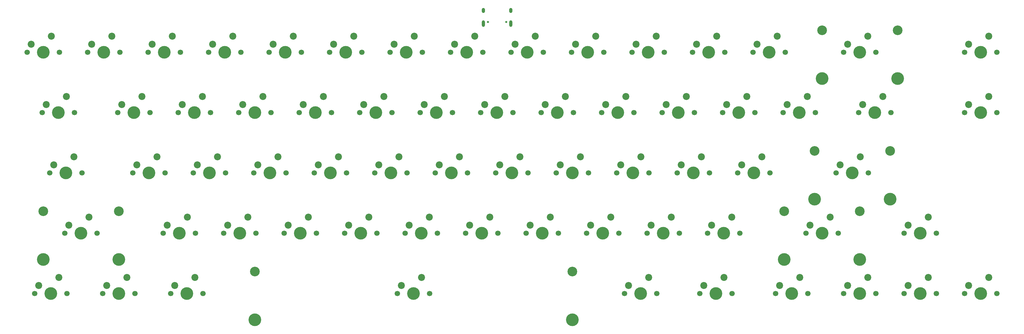
<source format=gbr>
G04 #@! TF.GenerationSoftware,KiCad,Pcbnew,8.0.2*
G04 #@! TF.CreationDate,2025-03-10T15:51:09-05:00*
G04 #@! TF.ProjectId,65,36352e6b-6963-4616-945f-706362585858,rev?*
G04 #@! TF.SameCoordinates,Original*
G04 #@! TF.FileFunction,Soldermask,Top*
G04 #@! TF.FilePolarity,Negative*
%FSLAX46Y46*%
G04 Gerber Fmt 4.6, Leading zero omitted, Abs format (unit mm)*
G04 Created by KiCad (PCBNEW 8.0.2) date 2025-03-10 15:51:09*
%MOMM*%
%LPD*%
G01*
G04 APERTURE LIST*
%ADD10C,1.700000*%
%ADD11C,4.000000*%
%ADD12C,2.200000*%
%ADD13C,3.050000*%
%ADD14C,0.650000*%
%ADD15O,1.000000X1.600000*%
%ADD16O,1.000000X2.100000*%
G04 APERTURE END LIST*
D10*
X349771000Y-104380000D03*
D11*
X354851000Y-104380000D03*
D10*
X359931000Y-104380000D03*
D12*
X351041000Y-101840000D03*
X357391000Y-99300000D03*
D10*
X240233500Y-142480000D03*
D11*
X245313500Y-142480000D03*
D10*
X250393500Y-142480000D03*
D12*
X241503500Y-139940000D03*
X247853500Y-137400000D03*
D10*
X73550000Y-104380000D03*
D11*
X78630000Y-104380000D03*
D10*
X83710000Y-104380000D03*
D12*
X74820000Y-101840000D03*
X81170000Y-99300000D03*
D10*
X111650000Y-104380000D03*
D11*
X116730000Y-104380000D03*
D10*
X121810000Y-104380000D03*
D12*
X112920000Y-101840000D03*
X119270000Y-99300000D03*
D10*
X54500000Y-104380000D03*
D11*
X59580000Y-104380000D03*
D10*
X64660000Y-104380000D03*
D12*
X55770000Y-101840000D03*
X62120000Y-99300000D03*
D10*
X187850000Y-104380000D03*
D11*
X192930000Y-104380000D03*
D10*
X198010000Y-104380000D03*
D12*
X189120000Y-101840000D03*
X195470000Y-99300000D03*
D10*
X144983500Y-142480000D03*
D11*
X150063500Y-142480000D03*
D10*
X155143500Y-142480000D03*
D12*
X146253500Y-139940000D03*
X152603500Y-137400000D03*
D13*
X292946000Y-154530000D03*
D11*
X292946000Y-169770000D03*
D10*
X299766000Y-161530000D03*
D11*
X304846000Y-161530000D03*
D10*
X309926000Y-161530000D03*
D13*
X316746000Y-154530000D03*
D11*
X316746000Y-169770000D03*
D12*
X301036000Y-158990000D03*
X307386000Y-156450000D03*
D10*
X268810500Y-161530000D03*
D11*
X273890500Y-161530000D03*
D10*
X278970500Y-161530000D03*
D12*
X270080500Y-158990000D03*
X276430500Y-156450000D03*
D10*
X230710500Y-161530000D03*
D11*
X235790500Y-161530000D03*
D10*
X240870500Y-161530000D03*
D12*
X231980500Y-158990000D03*
X238330500Y-156450000D03*
D10*
X135460500Y-161530000D03*
D11*
X140540500Y-161530000D03*
D10*
X145620500Y-161530000D03*
D12*
X136730500Y-158990000D03*
X143080500Y-156450000D03*
D10*
X349771000Y-180580000D03*
D11*
X354851000Y-180580000D03*
D10*
X359931000Y-180580000D03*
D12*
X351041000Y-178040000D03*
X357391000Y-175500000D03*
D10*
X278333500Y-142480000D03*
D11*
X283413500Y-142480000D03*
D10*
X288493500Y-142480000D03*
D12*
X279603500Y-139940000D03*
X285953500Y-137400000D03*
D10*
X242616000Y-180580000D03*
D11*
X247696000Y-180580000D03*
D10*
X252776000Y-180580000D03*
D12*
X243886000Y-178040000D03*
X250236000Y-175500000D03*
D10*
X259283500Y-142480000D03*
D11*
X264363500Y-142480000D03*
D10*
X269443500Y-142480000D03*
D12*
X260553500Y-139940000D03*
X266903500Y-137400000D03*
D10*
X283100000Y-104380000D03*
D11*
X288180000Y-104380000D03*
D10*
X293260000Y-104380000D03*
D12*
X284370000Y-101840000D03*
X290720000Y-99300000D03*
D10*
X149750000Y-104380000D03*
D11*
X154830000Y-104380000D03*
D10*
X159910000Y-104380000D03*
D12*
X151020000Y-101840000D03*
X157370000Y-99300000D03*
D10*
X56880000Y-180580000D03*
D11*
X61960000Y-180580000D03*
D10*
X67040000Y-180580000D03*
D12*
X58150000Y-178040000D03*
X64500000Y-175500000D03*
D10*
X264050000Y-104380000D03*
D11*
X269130000Y-104380000D03*
D10*
X274210000Y-104380000D03*
D12*
X265320000Y-101840000D03*
X271670000Y-99300000D03*
D10*
X330721000Y-180580000D03*
D11*
X335801000Y-180580000D03*
D10*
X340881000Y-180580000D03*
D12*
X331991000Y-178040000D03*
X338341000Y-175500000D03*
D10*
X116420000Y-161530000D03*
D11*
X121500000Y-161530000D03*
D10*
X126580000Y-161530000D03*
D12*
X117690000Y-158990000D03*
X124040000Y-156450000D03*
D10*
X164033500Y-142480000D03*
D11*
X169113500Y-142480000D03*
D10*
X174193500Y-142480000D03*
D12*
X165303500Y-139940000D03*
X171653500Y-137400000D03*
D10*
X273574000Y-123430000D03*
D11*
X278654000Y-123430000D03*
D10*
X283734000Y-123430000D03*
D12*
X274844000Y-120890000D03*
X281194000Y-118350000D03*
D10*
X292624000Y-123430000D03*
D11*
X297704000Y-123430000D03*
D10*
X302784000Y-123430000D03*
D12*
X293894000Y-120890000D03*
X300244000Y-118350000D03*
D10*
X125933500Y-142480000D03*
D11*
X131013500Y-142480000D03*
D10*
X136093500Y-142480000D03*
D12*
X127203500Y-139940000D03*
X133553500Y-137400000D03*
D13*
X59585000Y-154530000D03*
D11*
X59585000Y-169770000D03*
D10*
X66405000Y-161530000D03*
D11*
X71485000Y-161530000D03*
D10*
X76565000Y-161530000D03*
D13*
X83385000Y-154530000D03*
D11*
X83385000Y-169770000D03*
D12*
X67675000Y-158990000D03*
X74025000Y-156450000D03*
D13*
X126212500Y-173580000D03*
D11*
X126212500Y-188820000D03*
D10*
X171132500Y-180580000D03*
D11*
X176212500Y-180580000D03*
D10*
X181292500Y-180580000D03*
D13*
X226212500Y-173580000D03*
D11*
X226212500Y-188820000D03*
D12*
X172402500Y-178040000D03*
X178752500Y-175500000D03*
D10*
X97360500Y-161530000D03*
D11*
X102440500Y-161530000D03*
D10*
X107520500Y-161530000D03*
D12*
X98630500Y-158990000D03*
X104980500Y-156450000D03*
D10*
X216424000Y-123430000D03*
D11*
X221504000Y-123430000D03*
D10*
X226584000Y-123430000D03*
D12*
X217694000Y-120890000D03*
X224044000Y-118350000D03*
D10*
X121174000Y-123430000D03*
D11*
X126254000Y-123430000D03*
D10*
X131334000Y-123430000D03*
D12*
X122444000Y-120890000D03*
X128794000Y-118350000D03*
D10*
X102124000Y-123430000D03*
D11*
X107204000Y-123430000D03*
D10*
X112284000Y-123430000D03*
D12*
X103394000Y-120890000D03*
X109744000Y-118350000D03*
D10*
X173560500Y-161530000D03*
D11*
X178640500Y-161530000D03*
D10*
X183720500Y-161530000D03*
D12*
X174830500Y-158990000D03*
X181180500Y-156450000D03*
D10*
X349771000Y-123430000D03*
D11*
X354851000Y-123430000D03*
D10*
X359931000Y-123430000D03*
D12*
X351041000Y-120890000D03*
X357391000Y-118350000D03*
D10*
X330721000Y-161530000D03*
D11*
X335801000Y-161530000D03*
D10*
X340881000Y-161530000D03*
D12*
X331991000Y-158990000D03*
X338341000Y-156450000D03*
D10*
X245000000Y-104380000D03*
D11*
X250080000Y-104380000D03*
D10*
X255160000Y-104380000D03*
D12*
X246270000Y-101840000D03*
X252620000Y-99300000D03*
X200230500Y-156450000D03*
X193880500Y-158990000D03*
D10*
X202770500Y-161530000D03*
D11*
X197690500Y-161530000D03*
D10*
X192610500Y-161530000D03*
X59260000Y-123430000D03*
D11*
X64340000Y-123430000D03*
D10*
X69420000Y-123430000D03*
D12*
X60530000Y-120890000D03*
X66880000Y-118350000D03*
D10*
X290240000Y-180580000D03*
D11*
X295320000Y-180580000D03*
D10*
X300400000Y-180580000D03*
D12*
X291510000Y-178040000D03*
X297860000Y-175500000D03*
D10*
X211660500Y-161530000D03*
D11*
X216740500Y-161530000D03*
D10*
X221820500Y-161530000D03*
D12*
X212930500Y-158990000D03*
X219280500Y-156450000D03*
D10*
X225950000Y-104380000D03*
D11*
X231030000Y-104380000D03*
D10*
X236110000Y-104380000D03*
D12*
X227220000Y-101840000D03*
X233570000Y-99300000D03*
D10*
X83074000Y-123430000D03*
D11*
X88154000Y-123430000D03*
D10*
X93234000Y-123430000D03*
D12*
X84344000Y-120890000D03*
X90694000Y-118350000D03*
D10*
X106880000Y-142480000D03*
D11*
X111960000Y-142480000D03*
D10*
X117040000Y-142480000D03*
D12*
X108150000Y-139940000D03*
X114500000Y-137400000D03*
D10*
X140224000Y-123430000D03*
D11*
X145304000Y-123430000D03*
D10*
X150384000Y-123430000D03*
D12*
X141494000Y-120890000D03*
X147844000Y-118350000D03*
D10*
X168800000Y-104380000D03*
D11*
X173880000Y-104380000D03*
D10*
X178960000Y-104380000D03*
D12*
X170070000Y-101840000D03*
X176420000Y-99300000D03*
D10*
X87833500Y-142480000D03*
D11*
X92913500Y-142480000D03*
D10*
X97993500Y-142480000D03*
D12*
X89103500Y-139940000D03*
X95453500Y-137400000D03*
D10*
X266382500Y-180580000D03*
D11*
X271462500Y-180580000D03*
D10*
X276542500Y-180580000D03*
D12*
X267652500Y-178040000D03*
X274002500Y-175500000D03*
D13*
X304855000Y-97380000D03*
D11*
X304855000Y-112620000D03*
D10*
X311675000Y-104380000D03*
D11*
X316755000Y-104380000D03*
D10*
X321835000Y-104380000D03*
D13*
X328655000Y-97380000D03*
D11*
X328655000Y-112620000D03*
D12*
X312945000Y-101840000D03*
X319295000Y-99300000D03*
D10*
X92600000Y-104380000D03*
D11*
X97680000Y-104380000D03*
D10*
X102760000Y-104380000D03*
D12*
X93870000Y-101840000D03*
X100220000Y-99300000D03*
D10*
X99695000Y-180580000D03*
D11*
X104775000Y-180580000D03*
D10*
X109855000Y-180580000D03*
D12*
X100965000Y-178040000D03*
X107315000Y-175500000D03*
D10*
X154510500Y-161530000D03*
D11*
X159590500Y-161530000D03*
D10*
X164670500Y-161530000D03*
D12*
X155780500Y-158990000D03*
X162130500Y-156450000D03*
D10*
X197374000Y-123430000D03*
D11*
X202454000Y-123430000D03*
D10*
X207534000Y-123430000D03*
D12*
X198644000Y-120890000D03*
X204994000Y-118350000D03*
D10*
X235474000Y-123430000D03*
D11*
X240554000Y-123430000D03*
D10*
X245634000Y-123430000D03*
D12*
X236744000Y-120890000D03*
X243094000Y-118350000D03*
D10*
X249760500Y-161530000D03*
D11*
X254840500Y-161530000D03*
D10*
X259920500Y-161530000D03*
D12*
X251030500Y-158990000D03*
X257380500Y-156450000D03*
D13*
X302469000Y-135480000D03*
D11*
X302469000Y-150720000D03*
D10*
X309289000Y-142480000D03*
D11*
X314369000Y-142480000D03*
D10*
X319449000Y-142480000D03*
D13*
X326269000Y-135480000D03*
D11*
X326269000Y-150720000D03*
D12*
X310559000Y-139940000D03*
X316909000Y-137400000D03*
D10*
X61640000Y-142480000D03*
D11*
X66720000Y-142480000D03*
D10*
X71800000Y-142480000D03*
D12*
X62910000Y-139940000D03*
X69260000Y-137400000D03*
D10*
X206900000Y-104380000D03*
D11*
X211980000Y-104380000D03*
D10*
X217060000Y-104380000D03*
D12*
X208170000Y-101840000D03*
X214520000Y-99300000D03*
D10*
X316418000Y-123430000D03*
D11*
X321498000Y-123430000D03*
D10*
X326578000Y-123430000D03*
D12*
X317688000Y-120890000D03*
X324038000Y-118350000D03*
D10*
X221183500Y-142480000D03*
D11*
X226263500Y-142480000D03*
D10*
X231343500Y-142480000D03*
D12*
X222453500Y-139940000D03*
X228803500Y-137400000D03*
D10*
X130700000Y-104380000D03*
D11*
X135780000Y-104380000D03*
D10*
X140860000Y-104380000D03*
D12*
X131970000Y-101840000D03*
X138320000Y-99300000D03*
D10*
X159274000Y-123430000D03*
D11*
X164354000Y-123430000D03*
D10*
X169434000Y-123430000D03*
D12*
X160544000Y-120890000D03*
X166894000Y-118350000D03*
D10*
X183083500Y-142480000D03*
D11*
X188163500Y-142480000D03*
D10*
X193243500Y-142480000D03*
D12*
X184353500Y-139940000D03*
X190703500Y-137400000D03*
D10*
X254524000Y-123430000D03*
D11*
X259604000Y-123430000D03*
D10*
X264684000Y-123430000D03*
D12*
X255794000Y-120890000D03*
X262144000Y-118350000D03*
D10*
X311671000Y-180580000D03*
D11*
X316751000Y-180580000D03*
D10*
X321831000Y-180580000D03*
D12*
X312941000Y-178040000D03*
X319291000Y-175500000D03*
D10*
X178324000Y-123430000D03*
D11*
X183404000Y-123430000D03*
D10*
X188484000Y-123430000D03*
D12*
X179594000Y-120890000D03*
X185944000Y-118350000D03*
D10*
X78311000Y-180580000D03*
D11*
X83391000Y-180580000D03*
D10*
X88471000Y-180580000D03*
D12*
X79581000Y-178040000D03*
X85931000Y-175500000D03*
D10*
X202133500Y-142480000D03*
D11*
X207213500Y-142480000D03*
D10*
X212293500Y-142480000D03*
D12*
X203403500Y-139940000D03*
X209753500Y-137400000D03*
D14*
X199610000Y-94800000D03*
X205390000Y-94800000D03*
D15*
X198180000Y-91150000D03*
D16*
X198180000Y-95330000D03*
D15*
X206820000Y-91150000D03*
D16*
X206820000Y-95330000D03*
M02*

</source>
